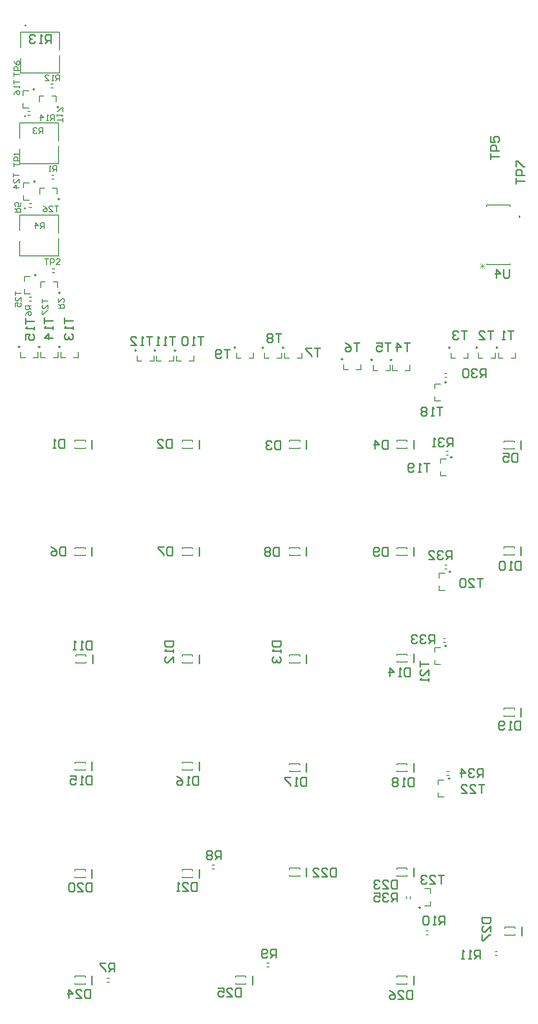
<source format=gbo>
G04*
G04 #@! TF.GenerationSoftware,Altium Limited,Altium Designer,22.7.1 (60)*
G04*
G04 Layer_Color=32896*
%FSLAX44Y44*%
%MOMM*%
G71*
G04*
G04 #@! TF.SameCoordinates,EC5D1957-9DED-4F38-8C92-ABF119FEB4E7*
G04*
G04*
G04 #@! TF.FilePolarity,Positive*
G04*
G01*
G75*
%ADD10C,0.2540*%
%ADD48C,0.1524*%
%ADD49C,0.1000*%
%ADD50C,0.2500*%
%ADD51C,0.2000*%
%ADD52C,0.0762*%
G36*
X928941Y1391285D02*
X931481D01*
Y1395095D01*
X928941D01*
Y1391285D01*
D02*
G37*
D10*
X364490Y227353D02*
Y242593D01*
X175260Y416583D02*
Y431823D01*
X742950Y795043D02*
Y810283D01*
X553720Y795043D02*
Y810283D01*
X364490Y795043D02*
Y810283D01*
X175260Y795043D02*
Y810283D01*
Y984273D02*
Y999513D01*
X364490Y984273D02*
Y999513D01*
X553720Y984273D02*
Y999513D01*
X742950Y984273D02*
Y999513D01*
X932180Y983003D02*
Y998243D01*
X176530Y605813D02*
Y621053D01*
X742950Y607083D02*
Y622323D01*
X553720Y605813D02*
Y621053D01*
X364490Y605813D02*
Y621053D01*
X175260Y227353D02*
Y242593D01*
X553720Y229893D02*
Y245133D01*
X458470Y39393D02*
Y54633D01*
X175260Y39393D02*
Y54633D01*
X742950Y229893D02*
Y245133D01*
Y39393D02*
Y54633D01*
X933450Y125753D02*
Y140993D01*
X932180Y796313D02*
Y811553D01*
Y511833D02*
Y527073D01*
X742950Y414043D02*
Y429283D01*
X553720Y414043D02*
Y429283D01*
X364490Y416583D02*
Y431823D01*
X322575Y1182367D02*
X312418D01*
X317496D01*
Y1167132D01*
X307340D02*
X302261D01*
X304800D01*
Y1182367D01*
X307340Y1179828D01*
X294644Y1167132D02*
X289565D01*
X292104D01*
Y1182367D01*
X294644Y1179828D01*
X883916Y1192527D02*
X873759D01*
X878838D01*
Y1177292D01*
X858524D02*
X868681D01*
X858524Y1187449D01*
Y1189988D01*
X861063Y1192527D01*
X866142D01*
X868681Y1189988D01*
X702306Y1170938D02*
X692149D01*
X697227D01*
Y1155703D01*
X676914Y1170938D02*
X687071D01*
Y1163320D01*
X681992Y1165859D01*
X679453D01*
X676914Y1163320D01*
Y1158242D01*
X679453Y1155703D01*
X684532D01*
X687071Y1158242D01*
X509266Y1187448D02*
X499109D01*
X504188D01*
Y1172213D01*
X494031Y1184908D02*
X491492Y1187448D01*
X486413D01*
X483874Y1184908D01*
Y1182369D01*
X486413Y1179830D01*
X483874Y1177291D01*
Y1174752D01*
X486413Y1172213D01*
X491492D01*
X494031Y1174752D01*
Y1177291D01*
X491492Y1179830D01*
X494031Y1182369D01*
Y1184908D01*
X491492Y1179830D02*
X486413D01*
X836926Y1192527D02*
X826769D01*
X831848D01*
Y1177292D01*
X821691Y1189988D02*
X819152Y1192527D01*
X814073D01*
X811534Y1189988D01*
Y1187449D01*
X814073Y1184910D01*
X816612D01*
X814073D01*
X811534Y1182371D01*
Y1179832D01*
X814073Y1177292D01*
X819152D01*
X821691Y1179832D01*
X58422Y1214114D02*
Y1203957D01*
Y1209035D01*
X73657D01*
Y1198879D02*
Y1193800D01*
Y1196340D01*
X58422D01*
X60962Y1198879D01*
X58422Y1176026D02*
Y1186183D01*
X66040D01*
X63501Y1181105D01*
Y1178565D01*
X66040Y1176026D01*
X71118D01*
X73657Y1178565D01*
Y1183644D01*
X71118Y1186183D01*
X647696Y1170938D02*
X637539D01*
X642617D01*
Y1155703D01*
X622304Y1170938D02*
X627383Y1168398D01*
X632461Y1163320D01*
Y1158242D01*
X629922Y1155703D01*
X624843D01*
X622304Y1158242D01*
Y1160781D01*
X624843Y1163320D01*
X632461D01*
X419096Y1159508D02*
X408939D01*
X414017D01*
Y1144273D01*
X403861Y1146812D02*
X401322Y1144273D01*
X396243D01*
X393704Y1146812D01*
Y1156968D01*
X396243Y1159508D01*
X401322D01*
X403861Y1156968D01*
Y1154429D01*
X401322Y1151890D01*
X393704D01*
X91442Y1215384D02*
Y1205227D01*
Y1210305D01*
X106678D01*
Y1200149D02*
Y1195070D01*
Y1197610D01*
X91442D01*
X93982Y1200149D01*
X106678Y1179835D02*
X91442D01*
X99060Y1187453D01*
Y1177296D01*
X281934Y1182367D02*
X271777D01*
X276856D01*
Y1167132D01*
X266699D02*
X261620D01*
X264160D01*
Y1182367D01*
X266699Y1179828D01*
X243846Y1167132D02*
X254003D01*
X243846Y1177289D01*
Y1179828D01*
X246385Y1182367D01*
X251464D01*
X254003Y1179828D01*
X911856Y1300477D02*
Y1287782D01*
X909317Y1285242D01*
X904238D01*
X901699Y1287782D01*
Y1300477D01*
X889003Y1285242D02*
Y1300477D01*
X896621Y1292860D01*
X886464D01*
X923292Y1451617D02*
Y1461773D01*
Y1456695D01*
X938528D01*
Y1466852D02*
X923292D01*
Y1474469D01*
X925832Y1477008D01*
X930910D01*
X933449Y1474469D01*
Y1466852D01*
X923292Y1482087D02*
Y1492243D01*
X925832D01*
X935988Y1482087D01*
X938528D01*
X878842Y1494797D02*
Y1504953D01*
Y1499875D01*
X894078D01*
Y1510032D02*
X878842D01*
Y1517649D01*
X881382Y1520188D01*
X886460D01*
X888999Y1517649D01*
Y1510032D01*
X878842Y1535423D02*
Y1525267D01*
X886460D01*
X883921Y1530345D01*
Y1532884D01*
X886460Y1535423D01*
X891538D01*
X894078Y1532884D01*
Y1527806D01*
X891538Y1525267D01*
X796283Y232407D02*
X786127D01*
X791205D01*
Y217173D01*
X770892D02*
X781048D01*
X770892Y227329D01*
Y229868D01*
X773431Y232407D01*
X778509D01*
X781048Y229868D01*
X765813D02*
X763274Y232407D01*
X758196D01*
X755657Y229868D01*
Y227329D01*
X758196Y224790D01*
X760735D01*
X758196D01*
X755657Y222251D01*
Y219712D01*
X758196Y217173D01*
X763274D01*
X765813Y219712D01*
X867403Y392427D02*
X857247D01*
X862325D01*
Y377192D01*
X842012D02*
X852168D01*
X842012Y387349D01*
Y389888D01*
X844551Y392427D01*
X849629D01*
X852168Y389888D01*
X826777Y377192D02*
X836933D01*
X826777Y387349D01*
Y389888D01*
X829316Y392427D01*
X834394D01*
X836933Y389888D01*
X754382Y609594D02*
Y599437D01*
Y604516D01*
X769617D01*
Y584202D02*
Y594359D01*
X759461Y584202D01*
X756922D01*
X754382Y586742D01*
Y591820D01*
X756922Y594359D01*
X769617Y579124D02*
Y574046D01*
Y576585D01*
X754382D01*
X756922Y579124D01*
X864863Y755648D02*
X854707D01*
X859785D01*
Y740413D01*
X839472D02*
X849628D01*
X839472Y750569D01*
Y753108D01*
X842011Y755648D01*
X847089D01*
X849628Y753108D01*
X834393D02*
X831854Y755648D01*
X826776D01*
X824237Y753108D01*
Y742952D01*
X826776Y740413D01*
X831854D01*
X834393Y742952D01*
Y753108D01*
X770884Y958848D02*
X760727D01*
X765806D01*
Y943613D01*
X755649D02*
X750570D01*
X753110D01*
Y958848D01*
X755649Y956308D01*
X742953Y946152D02*
X740414Y943613D01*
X735335D01*
X732796Y946152D01*
Y956308D01*
X735335Y958848D01*
X740414D01*
X742953Y956308D01*
Y953769D01*
X740414Y951230D01*
X732796D01*
X793744Y1057907D02*
X783587D01*
X788665D01*
Y1042673D01*
X778509D02*
X773430D01*
X775970D01*
Y1057907D01*
X778509Y1055368D01*
X765813D02*
X763274Y1057907D01*
X758195D01*
X755656Y1055368D01*
Y1052829D01*
X758195Y1050290D01*
X755656Y1047751D01*
Y1045212D01*
X758195Y1042673D01*
X763274D01*
X765813Y1045212D01*
Y1047751D01*
X763274Y1050290D01*
X765813Y1052829D01*
Y1055368D01*
X763274Y1050290D02*
X758195D01*
X127002Y1215384D02*
Y1205227D01*
Y1210305D01*
X142238D01*
Y1200149D02*
Y1195070D01*
Y1197610D01*
X127002D01*
X129542Y1200149D01*
Y1187453D02*
X127002Y1184914D01*
Y1179835D01*
X129542Y1177296D01*
X132081D01*
X134620Y1179835D01*
Y1182374D01*
Y1179835D01*
X137159Y1177296D01*
X139698D01*
X142238Y1179835D01*
Y1184914D01*
X139698Y1187453D01*
X372104Y1182367D02*
X361947D01*
X367025D01*
Y1167132D01*
X356869D02*
X351790D01*
X354330D01*
Y1182367D01*
X356869Y1179828D01*
X344173D02*
X341634Y1182367D01*
X336555D01*
X334016Y1179828D01*
Y1169672D01*
X336555Y1167132D01*
X341634D01*
X344173Y1169672D01*
Y1179828D01*
X577846Y1162048D02*
X567689D01*
X572767D01*
Y1146813D01*
X562611Y1162048D02*
X552454D01*
Y1159508D01*
X562611Y1149352D01*
Y1146813D01*
X736596Y1170938D02*
X726439D01*
X731517D01*
Y1155703D01*
X713743D02*
Y1170938D01*
X721361Y1163320D01*
X711204D01*
X919477Y1192527D02*
X909320D01*
X914398D01*
Y1177292D01*
X904242D02*
X899163D01*
X901702D01*
Y1192527D01*
X904242Y1189988D01*
X713733Y185422D02*
Y200658D01*
X706116D01*
X703577Y198118D01*
Y193040D01*
X706116Y190501D01*
X713733D01*
X708655D02*
X703577Y185422D01*
X698498Y198118D02*
X695959Y200658D01*
X690881D01*
X688342Y198118D01*
Y195579D01*
X690881Y193040D01*
X693420D01*
X690881D01*
X688342Y190501D01*
Y187962D01*
X690881Y185422D01*
X695959D01*
X698498Y187962D01*
X673107Y200658D02*
X683263D01*
Y193040D01*
X678185Y195579D01*
X675646D01*
X673107Y193040D01*
Y187962D01*
X675646Y185422D01*
X680724D01*
X683263Y187962D01*
X864863Y405132D02*
Y420368D01*
X857246D01*
X854707Y417828D01*
Y412750D01*
X857246Y410211D01*
X864863D01*
X859785D02*
X854707Y405132D01*
X849628Y417828D02*
X847089Y420368D01*
X842011D01*
X839472Y417828D01*
Y415289D01*
X842011Y412750D01*
X844550D01*
X842011D01*
X839472Y410211D01*
Y407672D01*
X842011Y405132D01*
X847089D01*
X849628Y407672D01*
X826776Y405132D02*
Y420368D01*
X834393Y412750D01*
X824237D01*
X779773Y641352D02*
Y656588D01*
X772156D01*
X769617Y654048D01*
Y648970D01*
X772156Y646431D01*
X779773D01*
X774695D02*
X769617Y641352D01*
X764538Y654048D02*
X761999Y656588D01*
X756921D01*
X754382Y654048D01*
Y651509D01*
X756921Y648970D01*
X759460D01*
X756921D01*
X754382Y646431D01*
Y643892D01*
X756921Y641352D01*
X761999D01*
X764538Y643892D01*
X749303Y654048D02*
X746764Y656588D01*
X741686D01*
X739147Y654048D01*
Y651509D01*
X741686Y648970D01*
X744225D01*
X741686D01*
X739147Y646431D01*
Y643892D01*
X741686Y641352D01*
X746764D01*
X749303Y643892D01*
X810006Y789686D02*
Y804921D01*
X802389D01*
X799849Y802382D01*
Y797303D01*
X802389Y794764D01*
X810006D01*
X804928D02*
X799849Y789686D01*
X794771Y802382D02*
X792232Y804921D01*
X787153D01*
X784614Y802382D01*
Y799843D01*
X787153Y797303D01*
X789693D01*
X787153D01*
X784614Y794764D01*
Y792225D01*
X787153Y789686D01*
X792232D01*
X794771Y792225D01*
X769379Y789686D02*
X779536D01*
X769379Y799843D01*
Y802382D01*
X771918Y804921D01*
X776997D01*
X779536Y802382D01*
X811524Y988063D02*
Y1003298D01*
X803907D01*
X801367Y1000758D01*
Y995680D01*
X803907Y993141D01*
X811524D01*
X806446D02*
X801367Y988063D01*
X796289Y1000758D02*
X793750Y1003298D01*
X788672D01*
X786132Y1000758D01*
Y998219D01*
X788672Y995680D01*
X791211D01*
X788672D01*
X786132Y993141D01*
Y990602D01*
X788672Y988063D01*
X793750D01*
X796289Y990602D01*
X781054Y988063D02*
X775976D01*
X778515D01*
Y1003298D01*
X781054Y1000758D01*
X869943Y1109983D02*
Y1125218D01*
X862326D01*
X859787Y1122678D01*
Y1117600D01*
X862326Y1115061D01*
X869943D01*
X864865D02*
X859787Y1109983D01*
X854708Y1122678D02*
X852169Y1125218D01*
X847091D01*
X844552Y1122678D01*
Y1120139D01*
X847091Y1117600D01*
X849630D01*
X847091D01*
X844552Y1115061D01*
Y1112522D01*
X847091Y1109983D01*
X852169D01*
X854708Y1112522D01*
X839473Y1122678D02*
X836934Y1125218D01*
X831856D01*
X829317Y1122678D01*
Y1112522D01*
X831856Y1109983D01*
X836934D01*
X839473Y1112522D01*
Y1122678D01*
X102864Y1699263D02*
Y1714498D01*
X95246D01*
X92707Y1711958D01*
Y1706880D01*
X95246Y1704341D01*
X102864D01*
X97786D02*
X92707Y1699263D01*
X87629D02*
X82550D01*
X85090D01*
Y1714498D01*
X87629Y1711958D01*
X74933D02*
X72394Y1714498D01*
X67315D01*
X64776Y1711958D01*
Y1709419D01*
X67315Y1706880D01*
X69854D01*
X67315D01*
X64776Y1704341D01*
Y1701802D01*
X67315Y1699263D01*
X72394D01*
X74933Y1701802D01*
X859785Y85092D02*
Y100328D01*
X852167D01*
X849628Y97788D01*
Y92710D01*
X852167Y90171D01*
X859785D01*
X854706D02*
X849628Y85092D01*
X844550D02*
X839471D01*
X842010D01*
Y100328D01*
X844550Y97788D01*
X831854Y85092D02*
X826775D01*
X829314D01*
Y100328D01*
X831854Y97788D01*
X797554Y144782D02*
Y160018D01*
X789936D01*
X787397Y157478D01*
Y152400D01*
X789936Y149861D01*
X797554D01*
X792476D02*
X787397Y144782D01*
X782319D02*
X777240D01*
X779780D01*
Y160018D01*
X782319Y157478D01*
X769623D02*
X767084Y160018D01*
X762005D01*
X759466Y157478D01*
Y147322D01*
X762005Y144782D01*
X767084D01*
X769623Y147322D01*
Y157478D01*
X500376Y86362D02*
Y101597D01*
X492758D01*
X490219Y99058D01*
Y93980D01*
X492758Y91441D01*
X500376D01*
X495298D02*
X490219Y86362D01*
X485141Y88902D02*
X482602Y86362D01*
X477523D01*
X474984Y88902D01*
Y99058D01*
X477523Y101597D01*
X482602D01*
X485141Y99058D01*
Y96519D01*
X482602Y93980D01*
X474984D01*
X402586Y260352D02*
Y275588D01*
X394968D01*
X392429Y273048D01*
Y267970D01*
X394968Y265431D01*
X402586D01*
X397508D02*
X392429Y260352D01*
X387351Y273048D02*
X384812Y275588D01*
X379733D01*
X377194Y273048D01*
Y270509D01*
X379733Y267970D01*
X377194Y265431D01*
Y262892D01*
X379733Y260352D01*
X384812D01*
X387351Y262892D01*
Y265431D01*
X384812Y267970D01*
X387351Y270509D01*
Y273048D01*
X384812Y267970D02*
X379733D01*
X214626Y62232D02*
Y77467D01*
X207008D01*
X204469Y74928D01*
Y69850D01*
X207008Y67311D01*
X214626D01*
X209548D02*
X204469Y62232D01*
X199391Y77467D02*
X189234D01*
Y74928D01*
X199391Y64772D01*
Y62232D01*
X863603Y157473D02*
X878838D01*
Y149856D01*
X876298Y147317D01*
X866142D01*
X863603Y149856D01*
Y157473D01*
X878838Y132082D02*
Y142238D01*
X868681Y132082D01*
X866142D01*
X863603Y134621D01*
Y139699D01*
X866142Y142238D01*
X863603Y127003D02*
Y116847D01*
X866142D01*
X876298Y127003D01*
X878838D01*
X740403Y29207D02*
Y13973D01*
X732786D01*
X730247Y16512D01*
Y26668D01*
X732786Y29207D01*
X740403D01*
X715012Y13973D02*
X725168D01*
X715012Y24129D01*
Y26668D01*
X717551Y29207D01*
X722629D01*
X725168Y26668D01*
X699777Y29207D02*
X704855Y26668D01*
X709933Y21590D01*
Y16512D01*
X707394Y13973D01*
X702316D01*
X699777Y16512D01*
Y19051D01*
X702316Y21590D01*
X709933D01*
X438143Y33017D02*
Y17782D01*
X430526D01*
X427987Y20322D01*
Y30478D01*
X430526Y33017D01*
X438143D01*
X412752Y17782D02*
X422908D01*
X412752Y27939D01*
Y30478D01*
X415291Y33017D01*
X420369D01*
X422908Y30478D01*
X397517Y33017D02*
X407673D01*
Y25400D01*
X402595Y27939D01*
X400056D01*
X397517Y25400D01*
Y20322D01*
X400056Y17782D01*
X405134D01*
X407673Y20322D01*
X172713Y30477D02*
Y15243D01*
X165096D01*
X162557Y17782D01*
Y27938D01*
X165096Y30477D01*
X172713D01*
X147322Y15243D02*
X157478D01*
X147322Y25399D01*
Y27938D01*
X149861Y30477D01*
X154939D01*
X157478Y27938D01*
X134626Y15243D02*
Y30477D01*
X142243Y22860D01*
X132087D01*
X713733Y223517D02*
Y208283D01*
X706116D01*
X703577Y210822D01*
Y220978D01*
X706116Y223517D01*
X713733D01*
X688342Y208283D02*
X698498D01*
X688342Y218439D01*
Y220978D01*
X690881Y223517D01*
X695959D01*
X698498Y220978D01*
X683263D02*
X680724Y223517D01*
X675646D01*
X673107Y220978D01*
Y218439D01*
X675646Y215900D01*
X678185D01*
X675646D01*
X673107Y213361D01*
Y210822D01*
X675646Y208283D01*
X680724D01*
X683263Y210822D01*
X605783Y245107D02*
Y229872D01*
X598166D01*
X595627Y232412D01*
Y242568D01*
X598166Y245107D01*
X605783D01*
X580392Y229872D02*
X590548D01*
X580392Y240029D01*
Y242568D01*
X582931Y245107D01*
X588009D01*
X590548Y242568D01*
X565157Y229872D02*
X575313D01*
X565157Y240029D01*
Y242568D01*
X567696Y245107D01*
X572774D01*
X575313Y242568D01*
X360674Y219708D02*
Y204473D01*
X353057D01*
X350518Y207012D01*
Y217168D01*
X353057Y219708D01*
X360674D01*
X335282Y204473D02*
X345439D01*
X335282Y214629D01*
Y217168D01*
X337822Y219708D01*
X342900D01*
X345439Y217168D01*
X330204Y204473D02*
X325126D01*
X327665D01*
Y219708D01*
X330204Y217168D01*
X175253Y218438D02*
Y203202D01*
X167636D01*
X165097Y205742D01*
Y215898D01*
X167636Y218438D01*
X175253D01*
X149862Y203202D02*
X160018D01*
X149862Y213359D01*
Y215898D01*
X152401Y218438D01*
X157479D01*
X160018Y215898D01*
X144783D02*
X142244Y218438D01*
X137166D01*
X134627Y215898D01*
Y205742D01*
X137166Y203202D01*
X142244D01*
X144783Y205742D01*
Y215898D01*
X930904Y504188D02*
Y488952D01*
X923286D01*
X920747Y491492D01*
Y501648D01*
X923286Y504188D01*
X930904D01*
X915669Y488952D02*
X910590D01*
X913130D01*
Y504188D01*
X915669Y501648D01*
X902973Y491492D02*
X900434Y488952D01*
X895355D01*
X892816Y491492D01*
Y501648D01*
X895355Y504188D01*
X900434D01*
X902973Y501648D01*
Y499109D01*
X900434Y496570D01*
X892816D01*
X742944Y403857D02*
Y388623D01*
X735326D01*
X732787Y391162D01*
Y401318D01*
X735326Y403857D01*
X742944D01*
X727709Y388623D02*
X722630D01*
X725170D01*
Y403857D01*
X727709Y401318D01*
X715013D02*
X712474Y403857D01*
X707395D01*
X704856Y401318D01*
Y398779D01*
X707395Y396240D01*
X704856Y393701D01*
Y391162D01*
X707395Y388623D01*
X712474D01*
X715013Y391162D01*
Y393701D01*
X712474Y396240D01*
X715013Y398779D01*
Y401318D01*
X712474Y396240D02*
X707395D01*
X553714Y405127D02*
Y389893D01*
X546096D01*
X543557Y392432D01*
Y402588D01*
X546096Y405127D01*
X553714D01*
X538479Y389893D02*
X533400D01*
X535940D01*
Y405127D01*
X538479Y402588D01*
X525783Y405127D02*
X515626D01*
Y402588D01*
X525783Y392432D01*
Y389893D01*
X363214Y406398D02*
Y391162D01*
X355596D01*
X353057Y393702D01*
Y403858D01*
X355596Y406398D01*
X363214D01*
X347979Y391162D02*
X342900D01*
X345440D01*
Y406398D01*
X347979Y403858D01*
X325126Y406398D02*
X330205Y403858D01*
X335283Y398780D01*
Y393702D01*
X332744Y391162D01*
X327665D01*
X325126Y393702D01*
Y396241D01*
X327665Y398780D01*
X335283D01*
X175254Y407668D02*
Y392433D01*
X167636D01*
X165097Y394972D01*
Y405128D01*
X167636Y407668D01*
X175254D01*
X160019Y392433D02*
X154940D01*
X157480D01*
Y407668D01*
X160019Y405128D01*
X137166Y407668D02*
X147323D01*
Y400050D01*
X142245Y402589D01*
X139705D01*
X137166Y400050D01*
Y394972D01*
X139705Y392433D01*
X144784D01*
X147323Y394972D01*
X736594Y598167D02*
Y582933D01*
X728976D01*
X726437Y585472D01*
Y595628D01*
X728976Y598167D01*
X736594D01*
X721359Y582933D02*
X716280D01*
X718820D01*
Y598167D01*
X721359Y595628D01*
X701045Y582933D02*
Y598167D01*
X708663Y590550D01*
X698506D01*
X493273Y645183D02*
X508508D01*
Y637565D01*
X505969Y635026D01*
X495812D01*
X493273Y637565D01*
Y645183D01*
X508508Y629948D02*
Y624870D01*
Y627409D01*
X493273D01*
X495812Y629948D01*
Y617252D02*
X493273Y614713D01*
Y609635D01*
X495812Y607095D01*
X498351D01*
X500890Y609635D01*
Y612174D01*
Y609635D01*
X503430Y607095D01*
X505969D01*
X508508Y609635D01*
Y614713D01*
X505969Y617252D01*
X304043Y645183D02*
X319278D01*
Y637565D01*
X316739Y635026D01*
X306582D01*
X304043Y637565D01*
Y645183D01*
X319278Y629948D02*
Y624870D01*
Y627409D01*
X304043D01*
X306582Y629948D01*
X319278Y607095D02*
Y617252D01*
X309121Y607095D01*
X306582D01*
X304043Y609635D01*
Y614713D01*
X306582Y617252D01*
X175260Y645155D02*
Y629920D01*
X167642D01*
X165103Y632459D01*
Y642616D01*
X167642Y645155D01*
X175260D01*
X160025Y629920D02*
X154947D01*
X157486D01*
Y645155D01*
X160025Y642616D01*
X147329Y629920D02*
X142251D01*
X144790D01*
Y645155D01*
X147329Y642616D01*
X932174Y786127D02*
Y770892D01*
X924556D01*
X922017Y773432D01*
Y783588D01*
X924556Y786127D01*
X932174D01*
X916939Y770892D02*
X911860D01*
X914400D01*
Y786127D01*
X916939Y783588D01*
X904243D02*
X901704Y786127D01*
X896625D01*
X894086Y783588D01*
Y773432D01*
X896625Y770892D01*
X901704D01*
X904243Y773432D01*
Y783588D01*
X697226Y810257D02*
Y795023D01*
X689608D01*
X687069Y797562D01*
Y807718D01*
X689608Y810257D01*
X697226D01*
X681991Y797562D02*
X679452Y795023D01*
X674373D01*
X671834Y797562D01*
Y807718D01*
X674373Y810257D01*
X679452D01*
X681991Y807718D01*
Y805179D01*
X679452Y802640D01*
X671834D01*
X505456Y810257D02*
Y795023D01*
X497838D01*
X495299Y797562D01*
Y807718D01*
X497838Y810257D01*
X505456D01*
X490221Y807718D02*
X487682Y810257D01*
X482603D01*
X480064Y807718D01*
Y805179D01*
X482603Y802640D01*
X480064Y800101D01*
Y797562D01*
X482603Y795023D01*
X487682D01*
X490221Y797562D01*
Y800101D01*
X487682Y802640D01*
X490221Y805179D01*
Y807718D01*
X487682Y802640D02*
X482603D01*
X317496Y811527D02*
Y796292D01*
X309878D01*
X307339Y798832D01*
Y808988D01*
X309878Y811527D01*
X317496D01*
X302261D02*
X292104D01*
Y808988D01*
X302261Y798832D01*
Y796292D01*
X128266Y811527D02*
Y796292D01*
X120648D01*
X118109Y798832D01*
Y808988D01*
X120648Y811527D01*
X128266D01*
X102874D02*
X107952Y808988D01*
X113031Y803910D01*
Y798832D01*
X110492Y796292D01*
X105413D01*
X102874Y798832D01*
Y801371D01*
X105413Y803910D01*
X113031D01*
X925826Y976628D02*
Y961393D01*
X918208D01*
X915669Y963932D01*
Y974088D01*
X918208Y976628D01*
X925826D01*
X900434D02*
X910591D01*
Y969010D01*
X905512Y971549D01*
X902973D01*
X900434Y969010D01*
Y963932D01*
X902973Y961393D01*
X908052D01*
X910591Y963932D01*
X697226Y999488D02*
Y984252D01*
X689608D01*
X687069Y986792D01*
Y996948D01*
X689608Y999488D01*
X697226D01*
X674373Y984252D02*
Y999488D01*
X681991Y991870D01*
X671834D01*
X507996Y998217D02*
Y982982D01*
X500378D01*
X497839Y985522D01*
Y995678D01*
X500378Y998217D01*
X507996D01*
X492761Y995678D02*
X490222Y998217D01*
X485143D01*
X482604Y995678D01*
Y993139D01*
X485143Y990600D01*
X487682D01*
X485143D01*
X482604Y988061D01*
Y985522D01*
X485143Y982982D01*
X490222D01*
X492761Y985522D01*
X316226Y1000758D02*
Y985523D01*
X308608D01*
X306069Y988062D01*
Y998218D01*
X308608Y1000758D01*
X316226D01*
X290834Y985523D02*
X300991D01*
X290834Y995679D01*
Y998218D01*
X293373Y1000758D01*
X298452D01*
X300991Y998218D01*
X126997Y1000758D02*
Y985523D01*
X119379D01*
X116840Y988062D01*
Y998218D01*
X119379Y1000758D01*
X126997D01*
X111762Y985523D02*
X106683D01*
X109222D01*
Y1000758D01*
X111762Y998218D01*
D48*
X59690Y1730756D02*
G03*
X59690Y1730756I-1270J0D01*
G01*
X58420Y1570736D02*
G03*
X58420Y1570736I-1270J0D01*
G01*
Y1408176D02*
G03*
X58420Y1408176I-1270J0D01*
G01*
X118110Y1646936D02*
Y1678045D01*
X49530Y1719326D02*
X118110D01*
Y1687455D02*
Y1719326D01*
X49530Y1646936D02*
X118110D01*
X49530D02*
Y1673487D01*
Y1692013D02*
Y1719326D01*
X48260Y1531993D02*
Y1559306D01*
Y1486916D02*
Y1513467D01*
Y1486916D02*
X116840D01*
Y1527435D02*
Y1559306D01*
X48260D02*
X116840D01*
Y1486916D02*
Y1518025D01*
Y1324356D02*
Y1355465D01*
X48260Y1396746D02*
X116840D01*
Y1364875D02*
Y1396746D01*
X48260Y1324356D02*
X116840D01*
X48260D02*
Y1350907D01*
Y1369433D02*
Y1396746D01*
X871918Y1411757D02*
Y1413764D01*
Y1309116D02*
Y1311123D01*
Y1309116D02*
X913575D01*
Y1411757D02*
Y1413764D01*
X871918D02*
X913575D01*
Y1309116D02*
Y1311123D01*
X91868Y1319528D02*
X98639D01*
X95253D01*
Y1309372D01*
X102024D02*
Y1319528D01*
X107103D01*
X108796Y1317836D01*
Y1314450D01*
X107103Y1312757D01*
X102024D01*
X118952Y1309372D02*
X112181D01*
X118952Y1316143D01*
Y1317836D01*
X117260Y1319528D01*
X113874D01*
X112181Y1317836D01*
X38102Y1481671D02*
Y1488442D01*
Y1485056D01*
X48258D01*
Y1491827D02*
X38102D01*
Y1496906D01*
X39794Y1498598D01*
X43180D01*
X44873Y1496906D01*
Y1491827D01*
X48258Y1501984D02*
Y1505370D01*
Y1503677D01*
X38102D01*
X39794Y1501984D01*
X36832Y1470232D02*
Y1463461D01*
Y1466847D01*
X46988D01*
Y1453304D02*
Y1460076D01*
X40217Y1453304D01*
X38524D01*
X36832Y1454997D01*
Y1458383D01*
X38524Y1460076D01*
X46988Y1444841D02*
X36832D01*
X41910Y1449919D01*
Y1443148D01*
X40642Y1261952D02*
Y1255181D01*
Y1258567D01*
X50798D01*
Y1245024D02*
Y1251796D01*
X44027Y1245024D01*
X42334D01*
X40642Y1246717D01*
Y1250103D01*
X42334Y1251796D01*
X40642Y1234868D02*
Y1241639D01*
X45720D01*
X44027Y1238253D01*
Y1236561D01*
X45720Y1234868D01*
X49106D01*
X50798Y1236561D01*
Y1239946D01*
X49106Y1241639D01*
X87632Y1247982D02*
Y1241211D01*
Y1244597D01*
X97788D01*
Y1231054D02*
Y1237826D01*
X91017Y1231054D01*
X89324D01*
X87632Y1232747D01*
Y1236133D01*
X89324Y1237826D01*
X87632Y1227669D02*
Y1220898D01*
X89324D01*
X96096Y1227669D01*
X97788D01*
X116412Y1412238D02*
X109641D01*
X113027D01*
Y1402082D01*
X99484D02*
X106256D01*
X99484Y1408853D01*
Y1410546D01*
X101177Y1412238D01*
X104563D01*
X106256Y1410546D01*
X89328Y1412238D02*
X92713Y1410546D01*
X96099Y1407160D01*
Y1403774D01*
X94406Y1402082D01*
X91020D01*
X89328Y1403774D01*
Y1405467D01*
X91020Y1407160D01*
X96099D01*
X91014Y1372872D02*
Y1383028D01*
X85936D01*
X84243Y1381336D01*
Y1377950D01*
X85936Y1376257D01*
X91014D01*
X87628D02*
X84243Y1372872D01*
X75779D02*
Y1383028D01*
X80857Y1377950D01*
X74086D01*
X68578Y1236554D02*
X58422D01*
Y1231476D01*
X60114Y1229783D01*
X63500D01*
X65193Y1231476D01*
Y1236554D01*
Y1233168D02*
X68578Y1229783D01*
X58422Y1219626D02*
X60114Y1223012D01*
X63500Y1226397D01*
X66886D01*
X68578Y1224704D01*
Y1221319D01*
X66886Y1219626D01*
X65193D01*
X63500Y1221319D01*
Y1226397D01*
X116842Y1232326D02*
X126998D01*
Y1237404D01*
X125306Y1239097D01*
X121920D01*
X120227Y1237404D01*
Y1232326D01*
Y1235712D02*
X116842Y1239097D01*
Y1249254D02*
Y1242483D01*
X123613Y1249254D01*
X125306D01*
X126998Y1247561D01*
Y1244176D01*
X125306Y1242483D01*
X113451Y1473202D02*
Y1483358D01*
X108373D01*
X106680Y1481666D01*
Y1478280D01*
X108373Y1476587D01*
X113451D01*
X110066D02*
X106680Y1473202D01*
X103294D02*
X99909D01*
X101602D01*
Y1483358D01*
X103294Y1481666D01*
X39372Y1401236D02*
X49528D01*
Y1406314D01*
X47836Y1408007D01*
X44450D01*
X42757Y1406314D01*
Y1401236D01*
Y1404622D02*
X39372Y1408007D01*
X49528Y1418164D02*
Y1411393D01*
X44450D01*
X46143Y1414778D01*
Y1416471D01*
X44450Y1418164D01*
X41064D01*
X39372Y1416471D01*
Y1413086D01*
X41064Y1411393D01*
X88474Y1540512D02*
Y1550668D01*
X83396D01*
X81703Y1548976D01*
Y1545590D01*
X83396Y1543897D01*
X88474D01*
X85088D02*
X81703Y1540512D01*
X78317Y1548976D02*
X76624Y1550668D01*
X73239D01*
X71546Y1548976D01*
Y1547283D01*
X73239Y1545590D01*
X74932D01*
X73239D01*
X71546Y1543897D01*
Y1542204D01*
X73239Y1540512D01*
X76624D01*
X78317Y1542204D01*
X38102Y1641268D02*
Y1648039D01*
Y1644653D01*
X48258D01*
Y1651424D02*
X38102D01*
Y1656503D01*
X39794Y1658196D01*
X43180D01*
X44873Y1656503D01*
Y1651424D01*
X38102Y1668352D02*
X39794Y1664967D01*
X43180Y1661581D01*
X46566D01*
X48258Y1663274D01*
Y1666660D01*
X46566Y1668352D01*
X44873D01*
X43180Y1666660D01*
Y1661581D01*
X124458Y1560834D02*
Y1567605D01*
Y1564220D01*
X114302D01*
Y1570991D02*
Y1574376D01*
Y1572684D01*
X124458D01*
X122766Y1570991D01*
X124458Y1579455D02*
Y1586226D01*
X122766D01*
X115994Y1579455D01*
X114302D01*
X38102Y1634486D02*
Y1627715D01*
Y1631100D01*
X48258D01*
Y1624329D02*
Y1620944D01*
Y1622636D01*
X38102D01*
X39794Y1624329D01*
X38102Y1609094D02*
X39794Y1612480D01*
X43180Y1615865D01*
X46566D01*
X48258Y1614172D01*
Y1610787D01*
X46566Y1609094D01*
X44873D01*
X43180Y1610787D01*
Y1615865D01*
X109216Y1563372D02*
Y1573528D01*
X104137D01*
X102445Y1571836D01*
Y1568450D01*
X104137Y1566757D01*
X109216D01*
X105830D02*
X102445Y1563372D01*
X99059D02*
X95674D01*
X97366D01*
Y1573528D01*
X99059Y1571836D01*
X85517Y1563372D02*
Y1573528D01*
X90595Y1568450D01*
X83824D01*
X118106Y1633222D02*
Y1643378D01*
X113027D01*
X111335Y1641686D01*
Y1638300D01*
X113027Y1636607D01*
X118106D01*
X114720D02*
X111335Y1633222D01*
X107949D02*
X104564D01*
X106256D01*
Y1643378D01*
X107949Y1641686D01*
X92714Y1633222D02*
X99485D01*
X92714Y1639993D01*
Y1641686D01*
X94407Y1643378D01*
X97792D01*
X99485Y1641686D01*
D49*
X359170Y239973D02*
G03*
X359170Y239973I-500J0D01*
G01*
X169940Y429203D02*
G03*
X169940Y429203I-500J0D01*
G01*
X737630Y807663D02*
G03*
X737630Y807663I-500J0D01*
G01*
X548400D02*
G03*
X548400Y807663I-500J0D01*
G01*
X359170D02*
G03*
X359170Y807663I-500J0D01*
G01*
X169940D02*
G03*
X169940Y807663I-500J0D01*
G01*
Y996893D02*
G03*
X169940Y996893I-500J0D01*
G01*
X359170D02*
G03*
X359170Y996893I-500J0D01*
G01*
X548400D02*
G03*
X548400Y996893I-500J0D01*
G01*
X737630D02*
G03*
X737630Y996893I-500J0D01*
G01*
X926860Y995623D02*
G03*
X926860Y995623I-500J0D01*
G01*
X171210Y618433D02*
G03*
X171210Y618433I-500J0D01*
G01*
X737630Y619703D02*
G03*
X737630Y619703I-500J0D01*
G01*
X548400Y618433D02*
G03*
X548400Y618433I-500J0D01*
G01*
X359170D02*
G03*
X359170Y618433I-500J0D01*
G01*
X169940Y239973D02*
G03*
X169940Y239973I-500J0D01*
G01*
X548400Y242513D02*
G03*
X548400Y242513I-500J0D01*
G01*
X453150Y52013D02*
G03*
X453150Y52013I-500J0D01*
G01*
X169940D02*
G03*
X169940Y52013I-500J0D01*
G01*
X737630Y242513D02*
G03*
X737630Y242513I-500J0D01*
G01*
Y52013D02*
G03*
X737630Y52013I-500J0D01*
G01*
X928130Y138373D02*
G03*
X928130Y138373I-500J0D01*
G01*
X926860Y808933D02*
G03*
X926860Y808933I-500J0D01*
G01*
Y524453D02*
G03*
X926860Y524453I-500J0D01*
G01*
X737630Y426663D02*
G03*
X737630Y426663I-500J0D01*
G01*
X548400D02*
G03*
X548400Y426663I-500J0D01*
G01*
X359170Y429203D02*
G03*
X359170Y429203I-500J0D01*
G01*
D50*
X755060Y175040D02*
G03*
X755060Y175040I-1250J0D01*
G01*
X807000Y402810D02*
G03*
X807000Y402810I-1250J0D01*
G01*
X800650Y636490D02*
G03*
X800650Y636490I-1250J0D01*
G01*
X808270Y767300D02*
G03*
X808270Y767300I-1250J0D01*
G01*
X810810Y969230D02*
G03*
X810810Y969230I-1250J0D01*
G01*
X800650Y1101310D02*
G03*
X800650Y1101310I-1250J0D01*
G01*
X891300Y1162620D02*
G03*
X891300Y1162620I-1250J0D01*
G01*
X704610Y1141030D02*
G03*
X704610Y1141030I-1250J0D01*
G01*
X514110Y1162620D02*
G03*
X514110Y1162620I-1250J0D01*
G01*
X323610Y1157540D02*
G03*
X323610Y1157540I-1250J0D01*
G01*
X119350Y1163890D02*
G03*
X119350Y1163890I-1250J0D01*
G01*
X117040Y1586930D02*
G03*
X117040Y1586930I-1250J0D01*
G01*
X74210Y1618200D02*
G03*
X74210Y1618200I-1250J0D01*
G01*
X76750Y1290540D02*
G03*
X76750Y1290540I-1250J0D01*
G01*
X119580Y1259270D02*
G03*
X119580Y1259270I-1250J0D01*
G01*
X75480Y1455640D02*
G03*
X75480Y1455640I-1250J0D01*
G01*
X118310Y1424370D02*
G03*
X118310Y1424370I-1250J0D01*
G01*
X855740Y1162620D02*
G03*
X855740Y1162620I-1250J0D01*
G01*
X807480D02*
G03*
X807480Y1162620I-1250J0D01*
G01*
X670320Y1141030D02*
G03*
X670320Y1141030I-1250J0D01*
G01*
X618250Y1142300D02*
G03*
X618250Y1142300I-1250J0D01*
G01*
X429020Y1162620D02*
G03*
X429020Y1162620I-1250J0D01*
G01*
X478550D02*
G03*
X478550Y1162620I-1250J0D01*
G01*
X253760Y1157540D02*
G03*
X253760Y1157540I-1250J0D01*
G01*
X288050D02*
G03*
X288050Y1157540I-1250J0D01*
G01*
X83790Y1163890D02*
G03*
X83790Y1163890I-1250J0D01*
G01*
X48230D02*
G03*
X48230Y1163890I-1250J0D01*
G01*
D51*
X484410Y70160D02*
X488410D01*
X484410Y77160D02*
X488410D01*
X202470Y43490D02*
X206470D01*
X202470Y50490D02*
X206470D01*
X335170Y227973D02*
Y229973D01*
X353170Y227973D02*
Y229973D01*
X335170Y239973D02*
Y241973D01*
X353170Y239973D02*
Y241973D01*
X335170Y227973D02*
X353170D01*
X335170Y241973D02*
X353170D01*
X387890Y242880D02*
X391890D01*
X387890Y249880D02*
X391890D01*
X730560Y190920D02*
Y194920D01*
X737560Y190920D02*
Y194920D01*
X772810Y200040D02*
Y208040D01*
X762810D02*
X772810D01*
Y178040D02*
Y186040D01*
X762810Y178040D02*
X772810D01*
X765080Y127310D02*
X769080D01*
X765080Y134310D02*
X769080D01*
X887000Y90480D02*
X891000D01*
X887000Y97480D02*
X891000D01*
X145940Y417203D02*
Y419203D01*
X163940Y417203D02*
Y419203D01*
X145940Y429203D02*
Y431203D01*
X163940Y429203D02*
Y431203D01*
X145940Y417203D02*
X163940D01*
X145940Y431203D02*
X163940D01*
X786750Y369810D02*
Y377810D01*
Y369810D02*
X796750D01*
X786750Y391810D02*
Y399810D01*
X796750D01*
X801910Y414980D02*
X805910D01*
X801910Y407980D02*
X805910D01*
X780400Y603490D02*
Y611490D01*
Y603490D02*
X790400D01*
X780400Y625490D02*
Y633490D01*
X790400D01*
X788020Y734300D02*
Y742300D01*
Y734300D02*
X798020D01*
X788020Y756300D02*
Y764300D01*
X798020D01*
X713630Y795663D02*
Y797663D01*
X731630Y795663D02*
Y797663D01*
X713630Y807663D02*
Y809663D01*
X731630Y807663D02*
Y809663D01*
X713630Y795663D02*
X731630D01*
X713630Y809663D02*
X731630D01*
X524400Y795663D02*
Y797663D01*
X542400Y795663D02*
Y797663D01*
X524400Y807663D02*
Y809663D01*
X542400Y807663D02*
Y809663D01*
X524400Y795663D02*
X542400D01*
X524400Y809663D02*
X542400D01*
X335170Y795663D02*
Y797663D01*
X353170Y795663D02*
Y797663D01*
X335170Y807663D02*
Y809663D01*
X353170Y807663D02*
Y809663D01*
X335170Y795663D02*
X353170D01*
X335170Y809663D02*
X353170D01*
X145940Y795663D02*
Y797663D01*
X163940Y795663D02*
Y797663D01*
X145940Y807663D02*
Y809663D01*
X163940Y807663D02*
Y809663D01*
X145940Y795663D02*
X163940D01*
X145940Y809663D02*
X163940D01*
X145940Y984893D02*
Y986893D01*
X163940Y984893D02*
Y986893D01*
X145940Y996893D02*
Y998893D01*
X163940Y996893D02*
Y998893D01*
X145940Y984893D02*
X163940D01*
X145940Y998893D02*
X163940D01*
X335170Y984893D02*
Y986893D01*
X353170Y984893D02*
Y986893D01*
X335170Y996893D02*
Y998893D01*
X353170Y996893D02*
Y998893D01*
X335170Y984893D02*
X353170D01*
X335170Y998893D02*
X353170D01*
X524400Y984893D02*
Y986893D01*
X542400Y984893D02*
Y986893D01*
X524400Y996893D02*
Y998893D01*
X542400Y996893D02*
Y998893D01*
X524400Y984893D02*
X542400D01*
X524400Y998893D02*
X542400D01*
X713630Y984893D02*
Y986893D01*
X731630Y984893D02*
Y986893D01*
X713630Y996893D02*
Y998893D01*
X731630Y996893D02*
Y998893D01*
X713630Y984893D02*
X731630D01*
X713630Y998893D02*
X731630D01*
X790560Y936230D02*
Y944230D01*
Y936230D02*
X800560D01*
X790560Y958230D02*
Y966230D01*
X800560D01*
X800640Y973130D02*
X804640D01*
X800640Y980130D02*
X804640D01*
X902860Y983623D02*
Y985623D01*
X920860Y983623D02*
Y985623D01*
X902860Y995623D02*
Y997623D01*
X920860Y995623D02*
Y997623D01*
X902860Y983623D02*
X920860D01*
X902860Y997623D02*
X920860D01*
X780400Y1068310D02*
Y1076310D01*
Y1068310D02*
X790400D01*
X780400Y1090310D02*
Y1098310D01*
X790400D01*
X798100Y1110290D02*
X802100D01*
X798100Y1117290D02*
X802100D01*
X915050Y1143620D02*
X923050D01*
Y1153620D01*
X893050Y1143620D02*
X901050D01*
X893050D02*
Y1153620D01*
X728360Y1122030D02*
X736360D01*
Y1132030D01*
X706360Y1122030D02*
X714360D01*
X706360D02*
Y1132030D01*
X537860Y1143620D02*
X545860D01*
Y1153620D01*
X515860Y1143620D02*
X523860D01*
X515860D02*
Y1153620D01*
X347360Y1138540D02*
X355360D01*
Y1148540D01*
X325360Y1138540D02*
X333360D01*
X325360D02*
Y1148540D01*
X143100Y1144890D02*
X151100D01*
Y1154890D01*
X121100Y1144890D02*
X129100D01*
X121100D02*
Y1154890D01*
X112790Y1595930D02*
Y1605930D01*
X104790D02*
X112790D01*
X82790Y1595930D02*
Y1605930D01*
X90790D01*
X53960Y1615200D02*
X63960D01*
X53960Y1607200D02*
Y1615200D01*
Y1585200D02*
X63960D01*
X53960D02*
Y1593200D01*
X103410Y1627830D02*
X107410D01*
X103410Y1620830D02*
X107410D01*
X62770Y1579570D02*
X66770D01*
X62770Y1572570D02*
X66770D01*
X105950Y1301440D02*
X109950D01*
X105950Y1294440D02*
X109950D01*
X56500Y1287540D02*
X66500D01*
X56500Y1279540D02*
Y1287540D01*
Y1257540D02*
X66500D01*
X56500D02*
Y1265540D01*
X115330Y1268270D02*
Y1278270D01*
X107330D02*
X115330D01*
X85330Y1268270D02*
Y1278270D01*
X93330D01*
X104560Y1466540D02*
X108560D01*
X104560Y1459540D02*
X108560D01*
X55230Y1452640D02*
X65230D01*
X55230Y1444640D02*
Y1452640D01*
Y1422640D02*
X65230D01*
X55230D02*
Y1430640D01*
X114060Y1433370D02*
Y1443370D01*
X106060D02*
X114060D01*
X84060Y1433370D02*
Y1443370D01*
X92060D01*
X65310Y1417010D02*
X69310D01*
X65310Y1410010D02*
X69310D01*
X65310Y1251910D02*
X69310D01*
X65310Y1244910D02*
X69310D01*
X857490Y1143620D02*
Y1153620D01*
Y1143620D02*
X865490D01*
X887490D02*
Y1153620D01*
X879490Y1143620D02*
X887490D01*
X809230D02*
Y1153620D01*
Y1143620D02*
X817230D01*
X839230D02*
Y1153620D01*
X831230Y1143620D02*
X839230D01*
X672070Y1122030D02*
Y1132030D01*
Y1122030D02*
X680070D01*
X702070D02*
Y1132030D01*
X694070Y1122030D02*
X702070D01*
X620000Y1123300D02*
Y1133300D01*
Y1123300D02*
X628000D01*
X650000D02*
Y1133300D01*
X642000Y1123300D02*
X650000D01*
X430770Y1143620D02*
Y1153620D01*
Y1143620D02*
X438770D01*
X460770D02*
Y1153620D01*
X452770Y1143620D02*
X460770D01*
X480300D02*
Y1153620D01*
Y1143620D02*
X488300D01*
X510300D02*
Y1153620D01*
X502300Y1143620D02*
X510300D01*
X255510Y1138540D02*
Y1148540D01*
Y1138540D02*
X263510D01*
X285510D02*
Y1148540D01*
X277510Y1138540D02*
X285510D01*
X289800D02*
Y1148540D01*
Y1138540D02*
X297800D01*
X319800D02*
Y1148540D01*
X311800Y1138540D02*
X319800D01*
X85540Y1144890D02*
Y1154890D01*
Y1144890D02*
X93540D01*
X115540D02*
Y1154890D01*
X107540Y1144890D02*
X115540D01*
X49980D02*
Y1154890D01*
Y1144890D02*
X57980D01*
X79980D02*
Y1154890D01*
X71980Y1144890D02*
X79980D01*
X795560Y649930D02*
X799560D01*
X795560Y642930D02*
X799560D01*
X798100Y779470D02*
X802100D01*
X798100Y772470D02*
X802100D01*
X147210Y620433D02*
X165210D01*
X147210Y606433D02*
X165210D01*
Y618433D02*
Y620433D01*
X147210Y618433D02*
Y620433D01*
X165210Y606433D02*
Y608433D01*
X147210Y606433D02*
Y608433D01*
X713630Y621703D02*
X731630D01*
X713630Y607703D02*
X731630D01*
Y619703D02*
Y621703D01*
X713630Y619703D02*
Y621703D01*
X731630Y607703D02*
Y609703D01*
X713630Y607703D02*
Y609703D01*
X524400Y620433D02*
X542400D01*
X524400Y606433D02*
X542400D01*
Y618433D02*
Y620433D01*
X524400Y618433D02*
Y620433D01*
X542400Y606433D02*
Y608433D01*
X524400Y606433D02*
Y608433D01*
X335170Y620433D02*
X353170D01*
X335170Y606433D02*
X353170D01*
Y618433D02*
Y620433D01*
X335170Y618433D02*
Y620433D01*
X353170Y606433D02*
Y608433D01*
X335170Y606433D02*
Y608433D01*
X145940Y241973D02*
X163940D01*
X145940Y227973D02*
X163940D01*
Y239973D02*
Y241973D01*
X145940Y239973D02*
Y241973D01*
X163940Y227973D02*
Y229973D01*
X145940Y227973D02*
Y229973D01*
X524400Y244513D02*
X542400D01*
X524400Y230513D02*
X542400D01*
Y242513D02*
Y244513D01*
X524400Y242513D02*
Y244513D01*
X542400Y230513D02*
Y232513D01*
X524400Y230513D02*
Y232513D01*
X429150Y54013D02*
X447150D01*
X429150Y40013D02*
X447150D01*
Y52013D02*
Y54013D01*
X429150Y52013D02*
Y54013D01*
X447150Y40013D02*
Y42013D01*
X429150Y40013D02*
Y42013D01*
X145940Y54013D02*
X163940D01*
X145940Y40013D02*
X163940D01*
Y52013D02*
Y54013D01*
X145940Y52013D02*
Y54013D01*
X163940Y40013D02*
Y42013D01*
X145940Y40013D02*
Y42013D01*
X713630Y244513D02*
X731630D01*
X713630Y230513D02*
X731630D01*
Y242513D02*
Y244513D01*
X713630Y242513D02*
Y244513D01*
X731630Y230513D02*
Y232513D01*
X713630Y230513D02*
Y232513D01*
Y54013D02*
X731630D01*
X713630Y40013D02*
X731630D01*
Y52013D02*
Y54013D01*
X713630Y52013D02*
Y54013D01*
X731630Y40013D02*
Y42013D01*
X713630Y40013D02*
Y42013D01*
X904130Y140373D02*
X922130D01*
X904130Y126373D02*
X922130D01*
Y138373D02*
Y140373D01*
X904130Y138373D02*
Y140373D01*
X922130Y126373D02*
Y128373D01*
X904130Y126373D02*
Y128373D01*
X902860Y810933D02*
X920860D01*
X902860Y796933D02*
X920860D01*
Y808933D02*
Y810933D01*
X902860Y808933D02*
Y810933D01*
X920860Y796933D02*
Y798933D01*
X902860Y796933D02*
Y798933D01*
Y526453D02*
X920860D01*
X902860Y512453D02*
X920860D01*
Y524453D02*
Y526453D01*
X902860Y524453D02*
Y526453D01*
X920860Y512453D02*
Y514453D01*
X902860Y512453D02*
Y514453D01*
X713630Y428663D02*
X731630D01*
X713630Y414663D02*
X731630D01*
Y426663D02*
Y428663D01*
X713630Y426663D02*
Y428663D01*
X731630Y414663D02*
Y416663D01*
X713630Y414663D02*
Y416663D01*
X524400Y428663D02*
X542400D01*
X524400Y414663D02*
X542400D01*
Y426663D02*
Y428663D01*
X524400Y426663D02*
Y428663D01*
X542400Y414663D02*
Y416663D01*
X524400Y414663D02*
Y416663D01*
X335170Y431203D02*
X353170D01*
X335170Y417203D02*
X353170D01*
Y429203D02*
Y431203D01*
X335170Y429203D02*
Y431203D01*
X353170Y417203D02*
Y419203D01*
X335170Y417203D02*
Y419203D01*
D52*
X860425Y1302600D02*
X868889Y1311064D01*
X860425D02*
X868889Y1302600D01*
X860425Y1306832D02*
X868889D01*
X864657Y1311064D02*
Y1302600D01*
M02*

</source>
